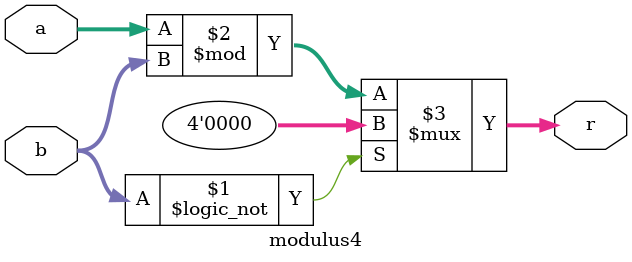
<source format=v>
module modulus4 (
    input  wire [3:0] a,
    input  wire [3:0] b,
    output wire [3:0] r
);
    assign r = (b == 0) ? 4'd0 : (a % b);
endmodule

</source>
